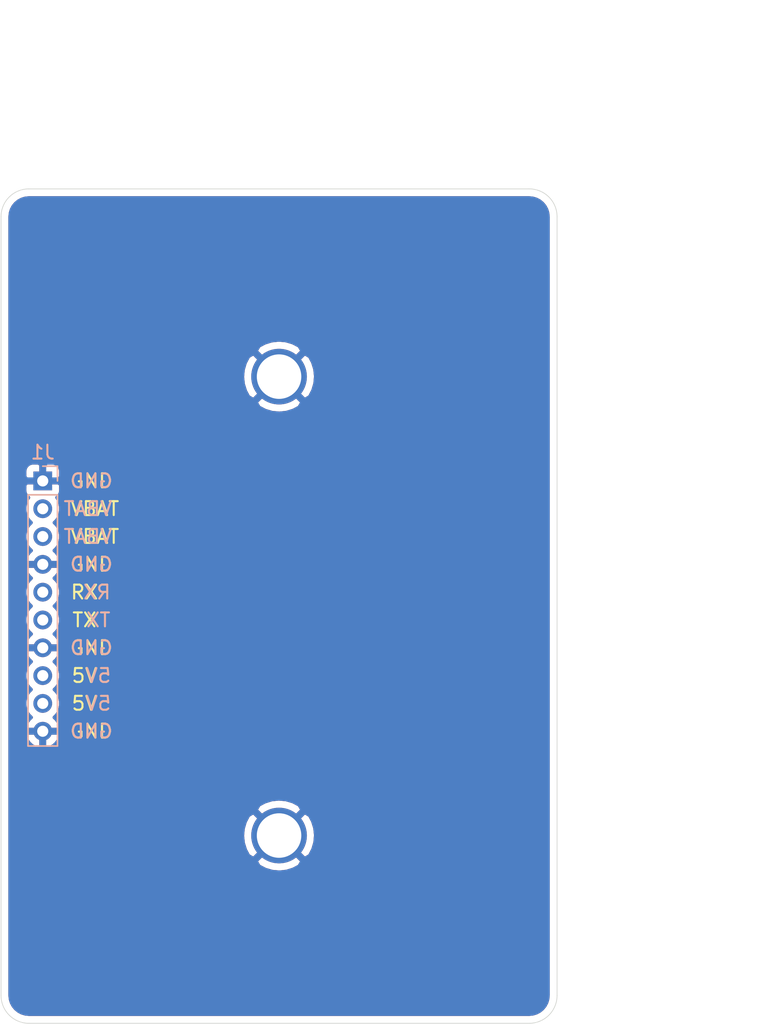
<source format=kicad_pcb>
(kicad_pcb (version 20171130) (host pcbnew 5.1.7-a382d34a8~88~ubuntu20.04.1)

  (general
    (thickness 1.6)
    (drawings 45)
    (tracks 0)
    (zones 0)
    (modules 3)
    (nets 6)
  )

  (page A4)
  (layers
    (0 F.Cu signal)
    (31 B.Cu signal)
    (32 B.Adhes user)
    (33 F.Adhes user)
    (34 B.Paste user)
    (35 F.Paste user)
    (36 B.SilkS user)
    (37 F.SilkS user)
    (38 B.Mask user)
    (39 F.Mask user)
    (40 Dwgs.User user)
    (41 Cmts.User user)
    (42 Eco1.User user)
    (43 Eco2.User user)
    (44 Edge.Cuts user)
    (45 Margin user)
    (46 B.CrtYd user)
    (47 F.CrtYd user)
    (48 B.Fab user)
    (49 F.Fab user)
  )

  (setup
    (last_trace_width 0.25)
    (trace_clearance 0.2)
    (zone_clearance 0.508)
    (zone_45_only no)
    (trace_min 0.2)
    (via_size 0.8)
    (via_drill 0.4)
    (via_min_size 0.4)
    (via_min_drill 0.3)
    (uvia_size 0.3)
    (uvia_drill 0.1)
    (uvias_allowed no)
    (uvia_min_size 0.2)
    (uvia_min_drill 0.1)
    (edge_width 0.05)
    (segment_width 0.2)
    (pcb_text_width 0.3)
    (pcb_text_size 1.5 1.5)
    (mod_edge_width 0.12)
    (mod_text_size 1 1)
    (mod_text_width 0.15)
    (pad_size 1.524 1.524)
    (pad_drill 0.762)
    (pad_to_mask_clearance 0.05)
    (aux_axis_origin 0 0)
    (visible_elements FFFFFF7F)
    (pcbplotparams
      (layerselection 0x010fc_ffffffff)
      (usegerberextensions false)
      (usegerberattributes true)
      (usegerberadvancedattributes true)
      (creategerberjobfile true)
      (excludeedgelayer true)
      (linewidth 0.100000)
      (plotframeref false)
      (viasonmask false)
      (mode 1)
      (useauxorigin false)
      (hpglpennumber 1)
      (hpglpenspeed 20)
      (hpglpendiameter 15.000000)
      (psnegative false)
      (psa4output false)
      (plotreference true)
      (plotvalue true)
      (plotinvisibletext false)
      (padsonsilk false)
      (subtractmaskfromsilk false)
      (outputformat 1)
      (mirror false)
      (drillshape 1)
      (scaleselection 1)
      (outputdirectory ""))
  )

  (net 0 "")
  (net 1 GND)
  (net 2 VBAT)
  (net 3 /UART_TX)
  (net 4 /UART_RX)
  (net 5 +5V)

  (net_class Default "This is the default net class."
    (clearance 0.2)
    (trace_width 0.25)
    (via_dia 0.8)
    (via_drill 0.4)
    (uvia_dia 0.3)
    (uvia_drill 0.1)
    (add_net +5V)
    (add_net /UART_RX)
    (add_net /UART_TX)
    (add_net GND)
    (add_net VBAT)
  )

  (module MRS_Connectors:PinHeader_1x10_P2.00mm_Vertical (layer B.Cu) (tedit 59FED667) (tstamp 5F3D67F1)
    (at 160 90 180)
    (descr "Through hole straight pin header, 1x10, 2.00mm pitch, single row")
    (tags "Through hole pin header THT 1x10 2.00mm single row")
    (path /5F3D0B61)
    (fp_text reference J1 (at 0 2.06) (layer B.SilkS)
      (effects (font (size 1 1) (thickness 0.15)) (justify mirror))
    )
    (fp_text value Header_1x10 (at 0 -20.06) (layer B.Fab) hide
      (effects (font (size 1 1) (thickness 0.15)) (justify mirror))
    )
    (fp_line (start 1.5 1.5) (end -1.5 1.5) (layer B.CrtYd) (width 0.05))
    (fp_line (start 1.5 -19.5) (end 1.5 1.5) (layer B.CrtYd) (width 0.05))
    (fp_line (start -1.5 -19.5) (end 1.5 -19.5) (layer B.CrtYd) (width 0.05))
    (fp_line (start -1.5 1.5) (end -1.5 -19.5) (layer B.CrtYd) (width 0.05))
    (fp_line (start -1.06 1.06) (end 0 1.06) (layer B.SilkS) (width 0.12))
    (fp_line (start -1.06 0) (end -1.06 1.06) (layer B.SilkS) (width 0.12))
    (fp_line (start -1.06 -1) (end 1.06 -1) (layer B.SilkS) (width 0.12))
    (fp_line (start 1.06 -1) (end 1.06 -19.06) (layer B.SilkS) (width 0.12))
    (fp_line (start -1.06 -1) (end -1.06 -19.06) (layer B.SilkS) (width 0.12))
    (fp_line (start -1.06 -19.06) (end 1.06 -19.06) (layer B.SilkS) (width 0.12))
    (fp_line (start -1 0.5) (end -0.5 1) (layer B.Fab) (width 0.1))
    (fp_line (start -1 -19) (end -1 0.5) (layer B.Fab) (width 0.1))
    (fp_line (start 1 -19) (end -1 -19) (layer B.Fab) (width 0.1))
    (fp_line (start 1 1) (end 1 -19) (layer B.Fab) (width 0.1))
    (fp_line (start -0.5 1) (end 1 1) (layer B.Fab) (width 0.1))
    (fp_text user %R (at 0 -9 270) (layer B.Fab)
      (effects (font (size 1 1) (thickness 0.15)) (justify mirror))
    )
    (pad 1 thru_hole rect (at 0 0 180) (size 1.35 1.35) (drill 0.8) (layers *.Cu *.Mask)
      (net 1 GND))
    (pad 2 thru_hole oval (at 0 -2 180) (size 1.35 1.35) (drill 0.8) (layers *.Cu *.Mask)
      (net 2 VBAT))
    (pad 3 thru_hole oval (at 0 -4 180) (size 1.35 1.35) (drill 0.8) (layers *.Cu *.Mask)
      (net 2 VBAT))
    (pad 4 thru_hole oval (at 0 -6 180) (size 1.35 1.35) (drill 0.8) (layers *.Cu *.Mask)
      (net 1 GND))
    (pad 5 thru_hole oval (at 0 -8 180) (size 1.35 1.35) (drill 0.8) (layers *.Cu *.Mask)
      (net 4 /UART_RX))
    (pad 6 thru_hole oval (at 0 -10 180) (size 1.35 1.35) (drill 0.8) (layers *.Cu *.Mask)
      (net 3 /UART_TX))
    (pad 7 thru_hole oval (at 0 -12 180) (size 1.35 1.35) (drill 0.8) (layers *.Cu *.Mask)
      (net 1 GND))
    (pad 8 thru_hole oval (at 0 -14 180) (size 1.35 1.35) (drill 0.8) (layers *.Cu *.Mask)
      (net 5 +5V))
    (pad 9 thru_hole oval (at 0 -16 180) (size 1.35 1.35) (drill 0.8) (layers *.Cu *.Mask)
      (net 5 +5V))
    (pad 10 thru_hole oval (at 0 -18 180) (size 1.35 1.35) (drill 0.8) (layers *.Cu *.Mask)
      (net 1 GND))
    (model ${KISYS3DMOD}/Connector_PinHeader_2.00mm.3dshapes/PinHeader_1x10_P2.00mm_Vertical.wrl
      (at (xyz 0 0 0))
      (scale (xyz 1 1 1))
      (rotate (xyz 0 0 0))
    )
  )

  (module MRS_Mechanical:Mounting_hole_plated_3,2mm_thin locked (layer F.Cu) (tedit 5DF09C43) (tstamp 5F3D6751)
    (at 177 115.5)
    (path /5F3DA9EA)
    (fp_text reference H2 (at 0 4.09) (layer F.SilkS) hide
      (effects (font (size 1 1) (thickness 0.15)))
    )
    (fp_text value Mounting_hole_plated_3,2mm (at 0 -3.8) (layer F.Fab) hide
      (effects (font (size 1 1) (thickness 0.15)))
    )
    (fp_circle (center 0 0) (end 3 0) (layer F.Fab) (width 0.15))
    (fp_circle (center 0 0) (end 3 0) (layer F.CrtYd) (width 0.1))
    (pad 1 thru_hole circle (at 0 0) (size 4 4) (drill 3.2) (layers *.Cu *.Mask)
      (net 1 GND))
    (model ${MRS_LIBS}/MRS_Mechanical/3D_Models/M3X6MM.step
      (offset (xyz 0 0 3))
      (scale (xyz 1 1 1))
      (rotate (xyz 0 0 0))
    )
    (model ${MRS_LIBS}/MRS_Mechanical/3D_Models/Spacer_M3x15mm.stp
      (offset (xyz 0 0 -2))
      (scale (xyz 1 1 1))
      (rotate (xyz -180 0 0))
    )
  )

  (module MRS_Mechanical:Mounting_hole_plated_3,2mm_thin locked (layer F.Cu) (tedit 5DF09C43) (tstamp 5F3D674A)
    (at 177 82.5)
    (path /5F3DA6AE)
    (fp_text reference H1 (at 0 4.09) (layer F.SilkS) hide
      (effects (font (size 1 1) (thickness 0.15)))
    )
    (fp_text value Mounting_hole_plated_3,2mm (at 0 -3.8) (layer F.Fab) hide
      (effects (font (size 1 1) (thickness 0.15)))
    )
    (fp_circle (center 0 0) (end 3 0) (layer F.Fab) (width 0.15))
    (fp_circle (center 0 0) (end 3 0) (layer F.CrtYd) (width 0.1))
    (pad 1 thru_hole circle (at 0 0) (size 4 4) (drill 3.2) (layers *.Cu *.Mask)
      (net 1 GND))
    (model ${MRS_LIBS}/MRS_Mechanical/3D_Models/M3X6MM.step
      (offset (xyz 0 0 3))
      (scale (xyz 1 1 1))
      (rotate (xyz 0 0 0))
    )
    (model ${MRS_LIBS}/MRS_Mechanical/3D_Models/Spacer_M3x15mm.stp
      (offset (xyz 0 0 -2))
      (scale (xyz 1 1 1))
      (rotate (xyz -180 0 0))
    )
  )

  (dimension 13.5 (width 0.15) (layer Dwgs.User)
    (gr_text "13,500 mm" (at 200.8 122.25 270) (layer Dwgs.User)
      (effects (font (size 1 1) (thickness 0.15)))
    )
    (feature1 (pts (xy 177 129) (xy 200.086421 129)))
    (feature2 (pts (xy 177 115.5) (xy 200.086421 115.5)))
    (crossbar (pts (xy 199.5 115.5) (xy 199.5 129)))
    (arrow1a (pts (xy 199.5 129) (xy 198.913579 127.873496)))
    (arrow1b (pts (xy 199.5 129) (xy 200.086421 127.873496)))
    (arrow2a (pts (xy 199.5 115.5) (xy 198.913579 116.626504)))
    (arrow2b (pts (xy 199.5 115.5) (xy 200.086421 116.626504)))
  )
  (dimension 33 (width 0.15) (layer Dwgs.User)
    (gr_text "33,000 mm" (at 200.8 99 270) (layer Dwgs.User)
      (effects (font (size 1 1) (thickness 0.15)))
    )
    (feature1 (pts (xy 176.5 115.5) (xy 200.086421 115.5)))
    (feature2 (pts (xy 176.5 82.5) (xy 200.086421 82.5)))
    (crossbar (pts (xy 199.5 82.5) (xy 199.5 115.5)))
    (arrow1a (pts (xy 199.5 115.5) (xy 198.913579 114.373496)))
    (arrow1b (pts (xy 199.5 115.5) (xy 200.086421 114.373496)))
    (arrow2a (pts (xy 199.5 82.5) (xy 198.913579 83.626504)))
    (arrow2b (pts (xy 199.5 82.5) (xy 200.086421 83.626504)))
  )
  (gr_circle (center 177 115.5) (end 178.6 115.5) (layer Dwgs.User) (width 0.15) (tstamp 5F3E1F88))
  (dimension 3.2 (width 0.15) (layer Dwgs.User)
    (gr_text "3,2 mm" (at 172.7 82.5 90) (layer Dwgs.User)
      (effects (font (size 1 1) (thickness 0.15)))
    )
    (feature1 (pts (xy 177 80.9) (xy 173.413579 80.9)))
    (feature2 (pts (xy 177 84.1) (xy 173.413579 84.1)))
    (crossbar (pts (xy 174 84.1) (xy 174 80.9)))
    (arrow1a (pts (xy 174 80.9) (xy 174.586421 82.026504)))
    (arrow1b (pts (xy 174 80.9) (xy 173.413579 82.026504)))
    (arrow2a (pts (xy 174 84.1) (xy 174.586421 82.973496)))
    (arrow2b (pts (xy 174 84.1) (xy 173.413579 82.973496)))
  )
  (gr_circle (center 177 82.5) (end 178.6 82.5) (layer Dwgs.User) (width 0.15))
  (dimension 13.5 (width 0.15) (layer Dwgs.User)
    (gr_text "13,500 mm" (at 200.8 75.75 270) (layer Dwgs.User)
      (effects (font (size 1 1) (thickness 0.15)))
    )
    (feature1 (pts (xy 177 82.5) (xy 200.086421 82.5)))
    (feature2 (pts (xy 177 69) (xy 200.086421 69)))
    (crossbar (pts (xy 199.5 69) (xy 199.5 82.5)))
    (arrow1a (pts (xy 199.5 82.5) (xy 198.913579 81.373496)))
    (arrow1b (pts (xy 199.5 82.5) (xy 200.086421 81.373496)))
    (arrow2a (pts (xy 199.5 69) (xy 198.913579 70.126504)))
    (arrow2b (pts (xy 199.5 69) (xy 200.086421 70.126504)))
  )
  (dimension 20 (width 0.15) (layer Dwgs.User)
    (gr_text "20,000 mm" (at 167 65.2) (layer Dwgs.User)
      (effects (font (size 1 1) (thickness 0.15)))
    )
    (feature1 (pts (xy 177 82.5) (xy 177 65.913579)))
    (feature2 (pts (xy 157 82.5) (xy 157 65.913579)))
    (crossbar (pts (xy 157 66.5) (xy 177 66.5)))
    (arrow1a (pts (xy 177 66.5) (xy 175.873496 67.086421)))
    (arrow1b (pts (xy 177 66.5) (xy 175.873496 65.913579)))
    (arrow2a (pts (xy 157 66.5) (xy 158.126504 67.086421)))
    (arrow2b (pts (xy 157 66.5) (xy 158.126504 65.913579)))
  )
  (gr_arc (start 159 127) (end 157 127) (angle -90) (layer Dwgs.User) (width 0.15))
  (gr_arc (start 195 127) (end 195 129) (angle -90) (layer Dwgs.User) (width 0.15))
  (gr_arc (start 195 71) (end 197 71) (angle -90) (layer Dwgs.User) (width 0.15))
  (gr_arc (start 159 71) (end 159 69) (angle -90) (layer Dwgs.User) (width 0.15))
  (gr_line (start 157 127) (end 157 71) (layer Dwgs.User) (width 0.15))
  (gr_line (start 195 129) (end 159 129) (layer Dwgs.User) (width 0.15))
  (gr_line (start 197 71) (end 197 127) (layer Dwgs.User) (width 0.15))
  (gr_line (start 159 69) (end 195 69) (layer Dwgs.User) (width 0.15))
  (dimension 40 (width 0.15) (layer Dwgs.User)
    (gr_text "40 mm" (at 177 57.7) (layer Dwgs.User)
      (effects (font (size 2 2) (thickness 0.15)))
    )
    (feature1 (pts (xy 197 71) (xy 197 58.413579)))
    (feature2 (pts (xy 157 71) (xy 157 58.413579)))
    (crossbar (pts (xy 157 59) (xy 197 59)))
    (arrow1a (pts (xy 197 59) (xy 195.873496 59.586421)))
    (arrow1b (pts (xy 197 59) (xy 195.873496 58.413579)))
    (arrow2a (pts (xy 157 59) (xy 158.126504 59.586421)))
    (arrow2b (pts (xy 157 59) (xy 158.126504 58.413579)))
  )
  (dimension 60 (width 0.15) (layer Dwgs.User)
    (gr_text "60 mm" (at 208.3 99 270) (layer Dwgs.User)
      (effects (font (size 2 2) (thickness 0.15)))
    )
    (feature1 (pts (xy 195 129) (xy 207.586421 129)))
    (feature2 (pts (xy 195 69) (xy 207.586421 69)))
    (crossbar (pts (xy 207 69) (xy 207 129)))
    (arrow1a (pts (xy 207 129) (xy 206.413579 127.873496)))
    (arrow1b (pts (xy 207 129) (xy 207.586421 127.873496)))
    (arrow2a (pts (xy 207 69) (xy 206.413579 70.126504)))
    (arrow2b (pts (xy 207 69) (xy 207.586421 70.126504)))
  )
  (gr_text GND (at 163.5 96) (layer F.SilkS) (tstamp 5F3D6991)
    (effects (font (size 1 1) (thickness 0.15)))
  )
  (gr_text GND (at 163.5 108) (layer F.SilkS) (tstamp 5F3D6990)
    (effects (font (size 1 1) (thickness 0.15)))
  )
  (gr_text VBAT (at 163.75 94) (layer F.SilkS) (tstamp 5F3D698F)
    (effects (font (size 1 1) (thickness 0.15)))
  )
  (gr_text 5V (at 163 104) (layer F.SilkS) (tstamp 5F3D698E)
    (effects (font (size 1 1) (thickness 0.15)))
  )
  (gr_text GND (at 163.5 90) (layer F.SilkS) (tstamp 5F3D698D)
    (effects (font (size 1 1) (thickness 0.15)))
  )
  (gr_text RX (at 163 98) (layer F.SilkS) (tstamp 5F3D698C)
    (effects (font (size 1 1) (thickness 0.15)))
  )
  (gr_text VBAT (at 163.75 92) (layer F.SilkS) (tstamp 5F3D698B)
    (effects (font (size 1 1) (thickness 0.15)))
  )
  (gr_text GND (at 163.5 102) (layer F.SilkS) (tstamp 5F3D698A)
    (effects (font (size 1 1) (thickness 0.15)))
  )
  (gr_text TX (at 163 100) (layer F.SilkS) (tstamp 5F3D6989)
    (effects (font (size 1 1) (thickness 0.15)))
  )
  (gr_text 5V (at 163 106) (layer F.SilkS) (tstamp 5F3D6988)
    (effects (font (size 1 1) (thickness 0.15)))
  )
  (gr_text GND (at 163.5 108) (layer B.SilkS)
    (effects (font (size 1 1) (thickness 0.15)) (justify mirror))
  )
  (gr_text 5V (at 164 106) (layer B.SilkS)
    (effects (font (size 1 1) (thickness 0.15)) (justify mirror))
  )
  (gr_text 5V (at 164 104) (layer B.SilkS)
    (effects (font (size 1 1) (thickness 0.15)) (justify mirror))
  )
  (gr_text GND (at 163.5 102) (layer B.SilkS)
    (effects (font (size 1 1) (thickness 0.15)) (justify mirror))
  )
  (gr_text TX (at 164 100) (layer B.SilkS)
    (effects (font (size 1 1) (thickness 0.15)) (justify mirror))
  )
  (gr_text RX (at 163.9 98) (layer B.SilkS)
    (effects (font (size 1 1) (thickness 0.15)) (justify mirror))
  )
  (gr_text GND (at 163.5 96) (layer B.SilkS)
    (effects (font (size 1 1) (thickness 0.15)) (justify mirror))
  )
  (gr_text VBAT (at 163.25 94) (layer B.SilkS)
    (effects (font (size 1 1) (thickness 0.15)) (justify mirror))
  )
  (gr_text VBAT (at 163.25 92) (layer B.SilkS)
    (effects (font (size 1 1) (thickness 0.15)) (justify mirror))
  )
  (gr_text GND (at 163.5 90) (layer B.SilkS)
    (effects (font (size 1 1) (thickness 0.15)) (justify mirror))
  )
  (gr_arc (start 159 127) (end 157 127) (angle -90) (layer Edge.Cuts) (width 0.05))
  (gr_arc (start 195 127) (end 195 129) (angle -90) (layer Edge.Cuts) (width 0.05))
  (gr_arc (start 195 71) (end 197 71) (angle -90) (layer Edge.Cuts) (width 0.05))
  (gr_arc (start 159 71) (end 159 69) (angle -90) (layer Edge.Cuts) (width 0.05))
  (gr_line (start 157 127) (end 157 71) (layer Edge.Cuts) (width 0.05) (tstamp 5F42E73C))
  (gr_line (start 195 129) (end 159 129) (layer Edge.Cuts) (width 0.05))
  (gr_line (start 197 71) (end 197 127) (layer Edge.Cuts) (width 0.05))
  (gr_line (start 159 69) (end 195 69) (layer Edge.Cuts) (width 0.05))

  (zone (net 1) (net_name GND) (layer F.Cu) (tstamp 0) (hatch edge 0.508)
    (connect_pads (clearance 0.5))
    (min_thickness 0.25)
    (fill yes (arc_segments 32) (thermal_gap 0.5) (thermal_bridge_width 0.5))
    (polygon
      (pts
        (xy 197 129) (xy 157 129) (xy 157 69) (xy 197 69)
      )
    )
    (filled_polygon
      (pts
        (xy 195.261611 69.678769) (xy 195.513258 69.754745) (xy 195.745353 69.878152) (xy 195.94906 70.044292) (xy 196.116616 70.246832)
        (xy 196.241641 70.478062) (xy 196.319373 70.729172) (xy 196.35 71.020567) (xy 196.350001 126.968197) (xy 196.321231 127.261612)
        (xy 196.245255 127.513256) (xy 196.121846 127.745354) (xy 195.955709 127.949058) (xy 195.753168 128.116616) (xy 195.521938 128.241641)
        (xy 195.270828 128.319373) (xy 194.979433 128.35) (xy 159.031793 128.35) (xy 158.738388 128.321231) (xy 158.486744 128.245255)
        (xy 158.254646 128.121846) (xy 158.050942 127.955709) (xy 157.883384 127.753168) (xy 157.758359 127.521938) (xy 157.680627 127.270828)
        (xy 157.65 126.979433) (xy 157.65 117.340812) (xy 175.335965 117.340812) (xy 175.552468 117.705021) (xy 176.01046 117.945052)
        (xy 176.50648 118.09112) (xy 177.021465 118.137613) (xy 177.535625 118.082744) (xy 178.029202 117.928623) (xy 178.447532 117.705021)
        (xy 178.664035 117.340812) (xy 177 115.676777) (xy 175.335965 117.340812) (xy 157.65 117.340812) (xy 157.65 115.521465)
        (xy 174.362387 115.521465) (xy 174.417256 116.035625) (xy 174.571377 116.529202) (xy 174.794979 116.947532) (xy 175.159188 117.164035)
        (xy 176.823223 115.5) (xy 177.176777 115.5) (xy 178.840812 117.164035) (xy 179.205021 116.947532) (xy 179.445052 116.48954)
        (xy 179.59112 115.99352) (xy 179.637613 115.478535) (xy 179.582744 114.964375) (xy 179.428623 114.470798) (xy 179.205021 114.052468)
        (xy 178.840812 113.835965) (xy 177.176777 115.5) (xy 176.823223 115.5) (xy 175.159188 113.835965) (xy 174.794979 114.052468)
        (xy 174.554948 114.51046) (xy 174.40888 115.00648) (xy 174.362387 115.521465) (xy 157.65 115.521465) (xy 157.65 113.659188)
        (xy 175.335965 113.659188) (xy 177 115.323223) (xy 178.664035 113.659188) (xy 178.447532 113.294979) (xy 177.98954 113.054948)
        (xy 177.49352 112.90888) (xy 176.978535 112.862387) (xy 176.464375 112.917256) (xy 175.970798 113.071377) (xy 175.552468 113.294979)
        (xy 175.335965 113.659188) (xy 157.65 113.659188) (xy 157.65 108.325883) (xy 158.741509 108.325883) (xy 158.772545 108.428221)
        (xy 158.879672 108.659457) (xy 159.029853 108.865351) (xy 159.217316 109.03799) (xy 159.434857 109.170739) (xy 159.674116 109.258497)
        (xy 159.875 109.137732) (xy 159.875 108.125) (xy 160.125 108.125) (xy 160.125 109.137732) (xy 160.325884 109.258497)
        (xy 160.565143 109.170739) (xy 160.782684 109.03799) (xy 160.970147 108.865351) (xy 161.120328 108.659457) (xy 161.227455 108.428221)
        (xy 161.258491 108.325883) (xy 161.136899 108.125) (xy 160.125 108.125) (xy 159.875 108.125) (xy 158.863101 108.125)
        (xy 158.741509 108.325883) (xy 157.65 108.325883) (xy 157.65 103.871961) (xy 158.7 103.871961) (xy 158.7 104.128039)
        (xy 158.749958 104.379196) (xy 158.847955 104.615781) (xy 158.990224 104.828702) (xy 159.161522 105) (xy 158.990224 105.171298)
        (xy 158.847955 105.384219) (xy 158.749958 105.620804) (xy 158.7 105.871961) (xy 158.7 106.128039) (xy 158.749958 106.379196)
        (xy 158.847955 106.615781) (xy 158.990224 106.828702) (xy 159.168494 107.006972) (xy 159.029853 107.134649) (xy 158.879672 107.340543)
        (xy 158.772545 107.571779) (xy 158.741509 107.674117) (xy 158.863101 107.875) (xy 159.875 107.875) (xy 159.875 107.855)
        (xy 160.125 107.855) (xy 160.125 107.875) (xy 161.136899 107.875) (xy 161.258491 107.674117) (xy 161.227455 107.571779)
        (xy 161.120328 107.340543) (xy 160.970147 107.134649) (xy 160.831506 107.006972) (xy 161.009776 106.828702) (xy 161.152045 106.615781)
        (xy 161.250042 106.379196) (xy 161.3 106.128039) (xy 161.3 105.871961) (xy 161.250042 105.620804) (xy 161.152045 105.384219)
        (xy 161.009776 105.171298) (xy 160.838478 105) (xy 161.009776 104.828702) (xy 161.152045 104.615781) (xy 161.250042 104.379196)
        (xy 161.3 104.128039) (xy 161.3 103.871961) (xy 161.250042 103.620804) (xy 161.152045 103.384219) (xy 161.009776 103.171298)
        (xy 160.831506 102.993028) (xy 160.970147 102.865351) (xy 161.120328 102.659457) (xy 161.227455 102.428221) (xy 161.258491 102.325883)
        (xy 161.136899 102.125) (xy 160.125 102.125) (xy 160.125 102.145) (xy 159.875 102.145) (xy 159.875 102.125)
        (xy 158.863101 102.125) (xy 158.741509 102.325883) (xy 158.772545 102.428221) (xy 158.879672 102.659457) (xy 159.029853 102.865351)
        (xy 159.168494 102.993028) (xy 158.990224 103.171298) (xy 158.847955 103.384219) (xy 158.749958 103.620804) (xy 158.7 103.871961)
        (xy 157.65 103.871961) (xy 157.65 97.871961) (xy 158.7 97.871961) (xy 158.7 98.128039) (xy 158.749958 98.379196)
        (xy 158.847955 98.615781) (xy 158.990224 98.828702) (xy 159.161522 99) (xy 158.990224 99.171298) (xy 158.847955 99.384219)
        (xy 158.749958 99.620804) (xy 158.7 99.871961) (xy 158.7 100.128039) (xy 158.749958 100.379196) (xy 158.847955 100.615781)
        (xy 158.990224 100.828702) (xy 159.168494 101.006972) (xy 159.029853 101.134649) (xy 158.879672 101.340543) (xy 158.772545 101.571779)
        (xy 158.741509 101.674117) (xy 158.863101 101.875) (xy 159.875 101.875) (xy 159.875 101.855) (xy 160.125 101.855)
        (xy 160.125 101.875) (xy 161.136899 101.875) (xy 161.258491 101.674117) (xy 161.227455 101.571779) (xy 161.120328 101.340543)
        (xy 160.970147 101.134649) (xy 160.831506 101.006972) (xy 161.009776 100.828702) (xy 161.152045 100.615781) (xy 161.250042 100.379196)
        (xy 161.3 100.128039) (xy 161.3 99.871961) (xy 161.250042 99.620804) (xy 161.152045 99.384219) (xy 161.009776 99.171298)
        (xy 160.838478 99) (xy 161.009776 98.828702) (xy 161.152045 98.615781) (xy 161.250042 98.379196) (xy 161.3 98.128039)
        (xy 161.3 97.871961) (xy 161.250042 97.620804) (xy 161.152045 97.384219) (xy 161.009776 97.171298) (xy 160.831506 96.993028)
        (xy 160.970147 96.865351) (xy 161.120328 96.659457) (xy 161.227455 96.428221) (xy 161.258491 96.325883) (xy 161.136899 96.125)
        (xy 160.125 96.125) (xy 160.125 96.145) (xy 159.875 96.145) (xy 159.875 96.125) (xy 158.863101 96.125)
        (xy 158.741509 96.325883) (xy 158.772545 96.428221) (xy 158.879672 96.659457) (xy 159.029853 96.865351) (xy 159.168494 96.993028)
        (xy 158.990224 97.171298) (xy 158.847955 97.384219) (xy 158.749958 97.620804) (xy 158.7 97.871961) (xy 157.65 97.871961)
        (xy 157.65 90.675) (xy 158.696976 90.675) (xy 158.709043 90.797521) (xy 158.744781 90.915334) (xy 158.802817 91.023911)
        (xy 158.88092 91.11908) (xy 158.974048 91.195508) (xy 158.847955 91.384219) (xy 158.749958 91.620804) (xy 158.7 91.871961)
        (xy 158.7 92.128039) (xy 158.749958 92.379196) (xy 158.847955 92.615781) (xy 158.990224 92.828702) (xy 159.161522 93)
        (xy 158.990224 93.171298) (xy 158.847955 93.384219) (xy 158.749958 93.620804) (xy 158.7 93.871961) (xy 158.7 94.128039)
        (xy 158.749958 94.379196) (xy 158.847955 94.615781) (xy 158.990224 94.828702) (xy 159.168494 95.006972) (xy 159.029853 95.134649)
        (xy 158.879672 95.340543) (xy 158.772545 95.571779) (xy 158.741509 95.674117) (xy 158.863101 95.875) (xy 159.875 95.875)
        (xy 159.875 95.855) (xy 160.125 95.855) (xy 160.125 95.875) (xy 161.136899 95.875) (xy 161.258491 95.674117)
        (xy 161.227455 95.571779) (xy 161.120328 95.340543) (xy 160.970147 95.134649) (xy 160.831506 95.006972) (xy 161.009776 94.828702)
        (xy 161.152045 94.615781) (xy 161.250042 94.379196) (xy 161.3 94.128039) (xy 161.3 93.871961) (xy 161.250042 93.620804)
        (xy 161.152045 93.384219) (xy 161.009776 93.171298) (xy 160.838478 93) (xy 161.009776 92.828702) (xy 161.152045 92.615781)
        (xy 161.250042 92.379196) (xy 161.3 92.128039) (xy 161.3 91.871961) (xy 161.250042 91.620804) (xy 161.152045 91.384219)
        (xy 161.025952 91.195508) (xy 161.11908 91.11908) (xy 161.197183 91.023911) (xy 161.255219 90.915334) (xy 161.290957 90.797521)
        (xy 161.303024 90.675) (xy 161.3 90.28125) (xy 161.14375 90.125) (xy 160.125 90.125) (xy 160.125 90.145)
        (xy 159.875 90.145) (xy 159.875 90.125) (xy 158.85625 90.125) (xy 158.7 90.28125) (xy 158.696976 90.675)
        (xy 157.65 90.675) (xy 157.65 89.325) (xy 158.696976 89.325) (xy 158.7 89.71875) (xy 158.85625 89.875)
        (xy 159.875 89.875) (xy 159.875 88.85625) (xy 160.125 88.85625) (xy 160.125 89.875) (xy 161.14375 89.875)
        (xy 161.3 89.71875) (xy 161.303024 89.325) (xy 161.290957 89.202479) (xy 161.255219 89.084666) (xy 161.197183 88.976089)
        (xy 161.11908 88.88092) (xy 161.023911 88.802817) (xy 160.915334 88.744781) (xy 160.797521 88.709043) (xy 160.675 88.696976)
        (xy 160.28125 88.7) (xy 160.125 88.85625) (xy 159.875 88.85625) (xy 159.71875 88.7) (xy 159.325 88.696976)
        (xy 159.202479 88.709043) (xy 159.084666 88.744781) (xy 158.976089 88.802817) (xy 158.88092 88.88092) (xy 158.802817 88.976089)
        (xy 158.744781 89.084666) (xy 158.709043 89.202479) (xy 158.696976 89.325) (xy 157.65 89.325) (xy 157.65 84.340812)
        (xy 175.335965 84.340812) (xy 175.552468 84.705021) (xy 176.01046 84.945052) (xy 176.50648 85.09112) (xy 177.021465 85.137613)
        (xy 177.535625 85.082744) (xy 178.029202 84.928623) (xy 178.447532 84.705021) (xy 178.664035 84.340812) (xy 177 82.676777)
        (xy 175.335965 84.340812) (xy 157.65 84.340812) (xy 157.65 82.521465) (xy 174.362387 82.521465) (xy 174.417256 83.035625)
        (xy 174.571377 83.529202) (xy 174.794979 83.947532) (xy 175.159188 84.164035) (xy 176.823223 82.5) (xy 177.176777 82.5)
        (xy 178.840812 84.164035) (xy 179.205021 83.947532) (xy 179.445052 83.48954) (xy 179.59112 82.99352) (xy 179.637613 82.478535)
        (xy 179.582744 81.964375) (xy 179.428623 81.470798) (xy 179.205021 81.052468) (xy 178.840812 80.835965) (xy 177.176777 82.5)
        (xy 176.823223 82.5) (xy 175.159188 80.835965) (xy 174.794979 81.052468) (xy 174.554948 81.51046) (xy 174.40888 82.00648)
        (xy 174.362387 82.521465) (xy 157.65 82.521465) (xy 157.65 80.659188) (xy 175.335965 80.659188) (xy 177 82.323223)
        (xy 178.664035 80.659188) (xy 178.447532 80.294979) (xy 177.98954 80.054948) (xy 177.49352 79.90888) (xy 176.978535 79.862387)
        (xy 176.464375 79.917256) (xy 175.970798 80.071377) (xy 175.552468 80.294979) (xy 175.335965 80.659188) (xy 157.65 80.659188)
        (xy 157.65 71.031793) (xy 157.678769 70.738389) (xy 157.754745 70.486742) (xy 157.878152 70.254647) (xy 158.044292 70.05094)
        (xy 158.246832 69.883384) (xy 158.478062 69.758359) (xy 158.729172 69.680627) (xy 159.020567 69.65) (xy 194.968207 69.65)
      )
    )
  )
  (zone (net 1) (net_name GND) (layer B.Cu) (tstamp 5F3D69CC) (hatch edge 0.508)
    (connect_pads (clearance 0.5))
    (min_thickness 0.25)
    (fill yes (arc_segments 32) (thermal_gap 0.5) (thermal_bridge_width 0.5))
    (polygon
      (pts
        (xy 197 129) (xy 157 129) (xy 157 69) (xy 197 69)
      )
    )
    (filled_polygon
      (pts
        (xy 195.261611 69.678769) (xy 195.513258 69.754745) (xy 195.745353 69.878152) (xy 195.94906 70.044292) (xy 196.116616 70.246832)
        (xy 196.241641 70.478062) (xy 196.319373 70.729172) (xy 196.35 71.020567) (xy 196.350001 126.968197) (xy 196.321231 127.261612)
        (xy 196.245255 127.513256) (xy 196.121846 127.745354) (xy 195.955709 127.949058) (xy 195.753168 128.116616) (xy 195.521938 128.241641)
        (xy 195.270828 128.319373) (xy 194.979433 128.35) (xy 159.031793 128.35) (xy 158.738388 128.321231) (xy 158.486744 128.245255)
        (xy 158.254646 128.121846) (xy 158.050942 127.955709) (xy 157.883384 127.753168) (xy 157.758359 127.521938) (xy 157.680627 127.270828)
        (xy 157.65 126.979433) (xy 157.65 117.340812) (xy 175.335965 117.340812) (xy 175.552468 117.705021) (xy 176.01046 117.945052)
        (xy 176.50648 118.09112) (xy 177.021465 118.137613) (xy 177.535625 118.082744) (xy 178.029202 117.928623) (xy 178.447532 117.705021)
        (xy 178.664035 117.340812) (xy 177 115.676777) (xy 175.335965 117.340812) (xy 157.65 117.340812) (xy 157.65 115.521465)
        (xy 174.362387 115.521465) (xy 174.417256 116.035625) (xy 174.571377 116.529202) (xy 174.794979 116.947532) (xy 175.159188 117.164035)
        (xy 176.823223 115.5) (xy 177.176777 115.5) (xy 178.840812 117.164035) (xy 179.205021 116.947532) (xy 179.445052 116.48954)
        (xy 179.59112 115.99352) (xy 179.637613 115.478535) (xy 179.582744 114.964375) (xy 179.428623 114.470798) (xy 179.205021 114.052468)
        (xy 178.840812 113.835965) (xy 177.176777 115.5) (xy 176.823223 115.5) (xy 175.159188 113.835965) (xy 174.794979 114.052468)
        (xy 174.554948 114.51046) (xy 174.40888 115.00648) (xy 174.362387 115.521465) (xy 157.65 115.521465) (xy 157.65 113.659188)
        (xy 175.335965 113.659188) (xy 177 115.323223) (xy 178.664035 113.659188) (xy 178.447532 113.294979) (xy 177.98954 113.054948)
        (xy 177.49352 112.90888) (xy 176.978535 112.862387) (xy 176.464375 112.917256) (xy 175.970798 113.071377) (xy 175.552468 113.294979)
        (xy 175.335965 113.659188) (xy 157.65 113.659188) (xy 157.65 108.325883) (xy 158.741509 108.325883) (xy 158.772545 108.428221)
        (xy 158.879672 108.659457) (xy 159.029853 108.865351) (xy 159.217316 109.03799) (xy 159.434857 109.170739) (xy 159.674116 109.258497)
        (xy 159.875 109.137732) (xy 159.875 108.125) (xy 160.125 108.125) (xy 160.125 109.137732) (xy 160.325884 109.258497)
        (xy 160.565143 109.170739) (xy 160.782684 109.03799) (xy 160.970147 108.865351) (xy 161.120328 108.659457) (xy 161.227455 108.428221)
        (xy 161.258491 108.325883) (xy 161.136899 108.125) (xy 160.125 108.125) (xy 159.875 108.125) (xy 158.863101 108.125)
        (xy 158.741509 108.325883) (xy 157.65 108.325883) (xy 157.65 103.871961) (xy 158.7 103.871961) (xy 158.7 104.128039)
        (xy 158.749958 104.379196) (xy 158.847955 104.615781) (xy 158.990224 104.828702) (xy 159.161522 105) (xy 158.990224 105.171298)
        (xy 158.847955 105.384219) (xy 158.749958 105.620804) (xy 158.7 105.871961) (xy 158.7 106.128039) (xy 158.749958 106.379196)
        (xy 158.847955 106.615781) (xy 158.990224 106.828702) (xy 159.168494 107.006972) (xy 159.029853 107.134649) (xy 158.879672 107.340543)
        (xy 158.772545 107.571779) (xy 158.741509 107.674117) (xy 158.863101 107.875) (xy 159.875 107.875) (xy 159.875 107.855)
        (xy 160.125 107.855) (xy 160.125 107.875) (xy 161.136899 107.875) (xy 161.258491 107.674117) (xy 161.227455 107.571779)
        (xy 161.120328 107.340543) (xy 160.970147 107.134649) (xy 160.831506 107.006972) (xy 161.009776 106.828702) (xy 161.152045 106.615781)
        (xy 161.250042 106.379196) (xy 161.3 106.128039) (xy 161.3 105.871961) (xy 161.250042 105.620804) (xy 161.152045 105.384219)
        (xy 161.009776 105.171298) (xy 160.838478 105) (xy 161.009776 104.828702) (xy 161.152045 104.615781) (xy 161.250042 104.379196)
        (xy 161.3 104.128039) (xy 161.3 103.871961) (xy 161.250042 103.620804) (xy 161.152045 103.384219) (xy 161.009776 103.171298)
        (xy 160.831506 102.993028) (xy 160.970147 102.865351) (xy 161.120328 102.659457) (xy 161.227455 102.428221) (xy 161.258491 102.325883)
        (xy 161.136899 102.125) (xy 160.125 102.125) (xy 160.125 102.145) (xy 159.875 102.145) (xy 159.875 102.125)
        (xy 158.863101 102.125) (xy 158.741509 102.325883) (xy 158.772545 102.428221) (xy 158.879672 102.659457) (xy 159.029853 102.865351)
        (xy 159.168494 102.993028) (xy 158.990224 103.171298) (xy 158.847955 103.384219) (xy 158.749958 103.620804) (xy 158.7 103.871961)
        (xy 157.65 103.871961) (xy 157.65 97.871961) (xy 158.7 97.871961) (xy 158.7 98.128039) (xy 158.749958 98.379196)
        (xy 158.847955 98.615781) (xy 158.990224 98.828702) (xy 159.161522 99) (xy 158.990224 99.171298) (xy 158.847955 99.384219)
        (xy 158.749958 99.620804) (xy 158.7 99.871961) (xy 158.7 100.128039) (xy 158.749958 100.379196) (xy 158.847955 100.615781)
        (xy 158.990224 100.828702) (xy 159.168494 101.006972) (xy 159.029853 101.134649) (xy 158.879672 101.340543) (xy 158.772545 101.571779)
        (xy 158.741509 101.674117) (xy 158.863101 101.875) (xy 159.875 101.875) (xy 159.875 101.855) (xy 160.125 101.855)
        (xy 160.125 101.875) (xy 161.136899 101.875) (xy 161.258491 101.674117) (xy 161.227455 101.571779) (xy 161.120328 101.340543)
        (xy 160.970147 101.134649) (xy 160.831506 101.006972) (xy 161.009776 100.828702) (xy 161.152045 100.615781) (xy 161.250042 100.379196)
        (xy 161.3 100.128039) (xy 161.3 99.871961) (xy 161.250042 99.620804) (xy 161.152045 99.384219) (xy 161.009776 99.171298)
        (xy 160.838478 99) (xy 161.009776 98.828702) (xy 161.152045 98.615781) (xy 161.250042 98.379196) (xy 161.3 98.128039)
        (xy 161.3 97.871961) (xy 161.250042 97.620804) (xy 161.152045 97.384219) (xy 161.009776 97.171298) (xy 160.831506 96.993028)
        (xy 160.970147 96.865351) (xy 161.120328 96.659457) (xy 161.227455 96.428221) (xy 161.258491 96.325883) (xy 161.136899 96.125)
        (xy 160.125 96.125) (xy 160.125 96.145) (xy 159.875 96.145) (xy 159.875 96.125) (xy 158.863101 96.125)
        (xy 158.741509 96.325883) (xy 158.772545 96.428221) (xy 158.879672 96.659457) (xy 159.029853 96.865351) (xy 159.168494 96.993028)
        (xy 158.990224 97.171298) (xy 158.847955 97.384219) (xy 158.749958 97.620804) (xy 158.7 97.871961) (xy 157.65 97.871961)
        (xy 157.65 90.675) (xy 158.696976 90.675) (xy 158.709043 90.797521) (xy 158.744781 90.915334) (xy 158.802817 91.023911)
        (xy 158.88092 91.11908) (xy 158.974048 91.195508) (xy 158.847955 91.384219) (xy 158.749958 91.620804) (xy 158.7 91.871961)
        (xy 158.7 92.128039) (xy 158.749958 92.379196) (xy 158.847955 92.615781) (xy 158.990224 92.828702) (xy 159.161522 93)
        (xy 158.990224 93.171298) (xy 158.847955 93.384219) (xy 158.749958 93.620804) (xy 158.7 93.871961) (xy 158.7 94.128039)
        (xy 158.749958 94.379196) (xy 158.847955 94.615781) (xy 158.990224 94.828702) (xy 159.168494 95.006972) (xy 159.029853 95.134649)
        (xy 158.879672 95.340543) (xy 158.772545 95.571779) (xy 158.741509 95.674117) (xy 158.863101 95.875) (xy 159.875 95.875)
        (xy 159.875 95.855) (xy 160.125 95.855) (xy 160.125 95.875) (xy 161.136899 95.875) (xy 161.258491 95.674117)
        (xy 161.227455 95.571779) (xy 161.120328 95.340543) (xy 160.970147 95.134649) (xy 160.831506 95.006972) (xy 161.009776 94.828702)
        (xy 161.152045 94.615781) (xy 161.250042 94.379196) (xy 161.3 94.128039) (xy 161.3 93.871961) (xy 161.250042 93.620804)
        (xy 161.152045 93.384219) (xy 161.009776 93.171298) (xy 160.838478 93) (xy 161.009776 92.828702) (xy 161.152045 92.615781)
        (xy 161.250042 92.379196) (xy 161.3 92.128039) (xy 161.3 91.871961) (xy 161.250042 91.620804) (xy 161.152045 91.384219)
        (xy 161.025952 91.195508) (xy 161.11908 91.11908) (xy 161.197183 91.023911) (xy 161.255219 90.915334) (xy 161.290957 90.797521)
        (xy 161.303024 90.675) (xy 161.3 90.28125) (xy 161.14375 90.125) (xy 160.125 90.125) (xy 160.125 90.145)
        (xy 159.875 90.145) (xy 159.875 90.125) (xy 158.85625 90.125) (xy 158.7 90.28125) (xy 158.696976 90.675)
        (xy 157.65 90.675) (xy 157.65 89.325) (xy 158.696976 89.325) (xy 158.7 89.71875) (xy 158.85625 89.875)
        (xy 159.875 89.875) (xy 159.875 88.85625) (xy 160.125 88.85625) (xy 160.125 89.875) (xy 161.14375 89.875)
        (xy 161.3 89.71875) (xy 161.303024 89.325) (xy 161.290957 89.202479) (xy 161.255219 89.084666) (xy 161.197183 88.976089)
        (xy 161.11908 88.88092) (xy 161.023911 88.802817) (xy 160.915334 88.744781) (xy 160.797521 88.709043) (xy 160.675 88.696976)
        (xy 160.28125 88.7) (xy 160.125 88.85625) (xy 159.875 88.85625) (xy 159.71875 88.7) (xy 159.325 88.696976)
        (xy 159.202479 88.709043) (xy 159.084666 88.744781) (xy 158.976089 88.802817) (xy 158.88092 88.88092) (xy 158.802817 88.976089)
        (xy 158.744781 89.084666) (xy 158.709043 89.202479) (xy 158.696976 89.325) (xy 157.65 89.325) (xy 157.65 84.340812)
        (xy 175.335965 84.340812) (xy 175.552468 84.705021) (xy 176.01046 84.945052) (xy 176.50648 85.09112) (xy 177.021465 85.137613)
        (xy 177.535625 85.082744) (xy 178.029202 84.928623) (xy 178.447532 84.705021) (xy 178.664035 84.340812) (xy 177 82.676777)
        (xy 175.335965 84.340812) (xy 157.65 84.340812) (xy 157.65 82.521465) (xy 174.362387 82.521465) (xy 174.417256 83.035625)
        (xy 174.571377 83.529202) (xy 174.794979 83.947532) (xy 175.159188 84.164035) (xy 176.823223 82.5) (xy 177.176777 82.5)
        (xy 178.840812 84.164035) (xy 179.205021 83.947532) (xy 179.445052 83.48954) (xy 179.59112 82.99352) (xy 179.637613 82.478535)
        (xy 179.582744 81.964375) (xy 179.428623 81.470798) (xy 179.205021 81.052468) (xy 178.840812 80.835965) (xy 177.176777 82.5)
        (xy 176.823223 82.5) (xy 175.159188 80.835965) (xy 174.794979 81.052468) (xy 174.554948 81.51046) (xy 174.40888 82.00648)
        (xy 174.362387 82.521465) (xy 157.65 82.521465) (xy 157.65 80.659188) (xy 175.335965 80.659188) (xy 177 82.323223)
        (xy 178.664035 80.659188) (xy 178.447532 80.294979) (xy 177.98954 80.054948) (xy 177.49352 79.90888) (xy 176.978535 79.862387)
        (xy 176.464375 79.917256) (xy 175.970798 80.071377) (xy 175.552468 80.294979) (xy 175.335965 80.659188) (xy 157.65 80.659188)
        (xy 157.65 71.031793) (xy 157.678769 70.738389) (xy 157.754745 70.486742) (xy 157.878152 70.254647) (xy 158.044292 70.05094)
        (xy 158.246832 69.883384) (xy 158.478062 69.758359) (xy 158.729172 69.680627) (xy 159.020567 69.65) (xy 194.968207 69.65)
      )
    )
  )
)

</source>
